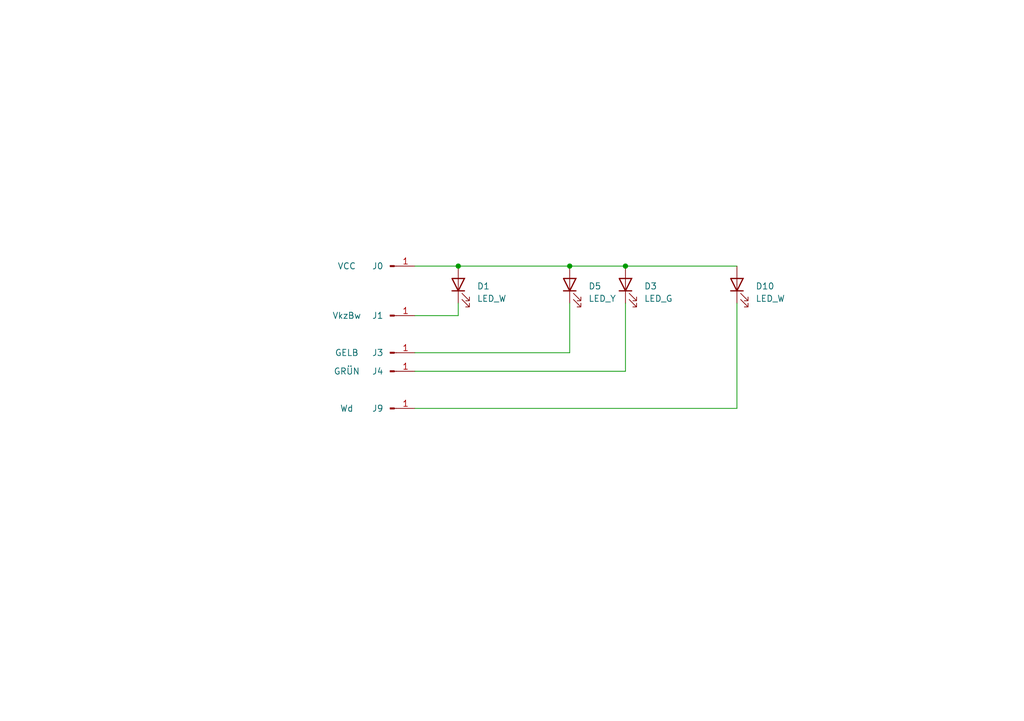
<source format=kicad_sch>
(kicad_sch (version 20230121) (generator eeschema)
  (paper "A5")
  (title_block (title "KS-Vorsignal") (date "2024-01-07") (rev "2.0"))
  (lib_symbols
    (symbol "Connector:Conn_01x01_Male" (pin_names (offset 1.016) hide)
      (property "Reference" "J" (at 0 2.54 0))
      (property "Value" "Conn_01x01_Male" (at 0 -2.54 0))
      (symbol "Conn_01x01_Male_1_1"
        (polyline (pts (xy 1.27 0) (xy 0.8636 0)) (stroke (width 0.1524)))
        (rectangle (start 0.8636 0.127) (end 0 -0.127) (stroke (width 0.1524)) (fill (type outline)))
        (pin passive line (at 5.08 0 180) (length 3.81) (name "Pin_1") (number "1"))
      )
    )
    (symbol "Device:LED" (pin_numbers hide) (pin_names (offset 1.016) hide)
      (property "Reference" "D" (at 0 2.54 0))
      (property "Value" "LED" (at 0 -2.54 0))
      (symbol "LED_0_1"
        (polyline (pts (xy -1.27 -1.27) (xy -1.27 1.27)) (stroke (width 0.254)))
        (polyline (pts (xy -1.27 0) (xy 1.27 0)))
        (polyline (pts (xy 1.27 -1.27) (xy 1.27 1.27) (xy -1.27 0) (xy 1.27 -1.27)) (stroke (width 0.254)))
        (polyline (pts (xy -3.048 -0.762) (xy -4.572 -2.286) (xy -3.81 -2.286) (xy -4.572 -2.286) (xy -4.572 -1.524)))
        (polyline (pts (xy -1.778 -0.762) (xy -3.302 -2.286) (xy -2.54 -2.286) (xy -3.302 -2.286) (xy -3.302 -1.524)))
      )
      (symbol "LED_1_1"
        (pin passive line (at -3.81 0 0) (length 2.54) (name "K") (number "1"))
        (pin passive line (at 3.81 0 180) (length 2.54) (name "A") (number "2"))
      )
    )
  )
  (junction (at 93.98 54.61))
  (junction (at 116.84 54.61))
  (junction (at 128.27 54.61))
  (wire (pts (xy 85.09 64.77) (xy 93.98 64.77)))
  (wire (pts (xy 116.84 62.23) (xy 116.84 72.39)))
  (wire (pts (xy 128.27 62.23) (xy 128.27 76.2)))
  (wire (pts (xy 85.09 83.82) (xy 151.13 83.82)))
  (wire (pts (xy 116.84 54.61) (xy 128.27 54.61)))
  (wire (pts (xy 116.84 72.39) (xy 85.09 72.39)))
  (wire (pts (xy 85.09 54.61) (xy 93.98 54.61)))
  (wire (pts (xy 151.13 83.82) (xy 151.13 62.23)))
  (wire (pts (xy 93.98 54.61) (xy 116.84 54.61)))
  (wire (pts (xy 128.27 76.2) (xy 85.09 76.2)))
  (wire (pts (xy 128.27 54.61) (xy 151.13 54.61)))
  (wire (pts (xy 93.98 62.23) (xy 93.98 64.77)))
  (symbol (lib_id "Device:LED") (at 151.13 58.42 90) (unit 1)
    (property "Reference" "D10" (at 154.94 58.7375 90) (effects (justify right)))
    (property "Value" "LED_W" (at 154.94 61.2775 90) (effects (justify right)))
    (property "Footprint" "LED_SMD:LED_0402_1005Metric" (effects hide))
    (property "LCSC" "C189305" (effects hide))
  )
  (symbol (lib_id "Connector:Conn_01x01_Male") (at 80.01 64.77 0) (unit 1) (in_bom no)
    (property "Reference" "J1" (at 77.47 64.77 0))
    (property "Value" "VkzBw" (at 71.12 64.77 0))
    (property "Footprint" "Connector_Wire:SolderWirePad_1x01_SMD_1x2mm" (effects hide))
  )
  (symbol (lib_id "Device:LED") (at 116.84 58.42 90) (unit 1)
    (property "Reference" "D5" (at 120.65 58.7374 90) (effects (justify right)))
    (property "Value" "LED_Y" (at 120.65 61.2774 90) (effects (justify right)))
    (property "Footprint" "LED_SMD:LED_0402_1005Metric" (effects hide))
    (property "LCSC" "C779450" (effects hide))
  )
  (symbol (lib_id "Device:LED") (at 93.98 58.42 90) (unit 1)
    (property "Reference" "D1" (at 97.79 58.7374 90) (effects (justify right)))
    (property "Value" "LED_W" (at 97.79 61.2774 90) (effects (justify right)))
    (property "Footprint" "LED_SMD:LED_0402_1005Metric" (effects hide))
    (property "LCSC" "C189305" (effects hide))
  )
  (symbol (lib_id "Connector:Conn_01x01_Male") (at 80.01 54.61 0) (unit 1) (in_bom no)
    (property "Reference" "J0" (at 77.47 54.61 0))
    (property "Value" "VCC" (at 71.12 54.61 0))
    (property "Footprint" "Connector_Wire:SolderWirePad_1x01_SMD_1x2mm" (effects hide))
  )
  (symbol (lib_id "Connector:Conn_01x01_Male") (at 80.01 72.39 0) (unit 1) (in_bom no)
    (property "Reference" "J3" (at 77.47 72.39 0))
    (property "Value" "GELB" (at 71.12 72.39 0))
    (property "Footprint" "Connector_Wire:SolderWirePad_1x01_SMD_1x2mm" (effects hide))
  )
  (symbol (lib_id "Connector:Conn_01x01_Male") (at 80.01 83.82 0) (unit 1) (in_bom no)
    (property "Reference" "J9" (at 77.47 83.82 0))
    (property "Value" "Wd" (at 71.12 83.82 0))
    (property "Footprint" "Connector_Wire:SolderWirePad_1x01_SMD_1x2mm" (effects hide))
  )
  (symbol (lib_id "Device:LED") (at 128.27 58.42 90) (unit 1)
    (property "Reference" "D3" (at 132.08 58.7374 90) (effects (justify right)))
    (property "Value" "LED_G" (at 132.08 61.2774 90) (effects (justify right)))
    (property "Footprint" "LED_SMD:LED_0402_1005Metric" (effects hide))
    (property "LCSC" "C409787" (effects hide))
  )
  (symbol (lib_id "Connector:Conn_01x01_Male") (at 80.01 76.2 0) (unit 1) (in_bom no)
    (property "Reference" "J4" (at 77.47 76.2 0))
    (property "Value" "GRÜN" (at 71.12 76.2 0))
    (property "Footprint" "Connector_Wire:SolderWirePad_1x01_SMD_1x2mm" (effects hide))
  )
)
</source>
